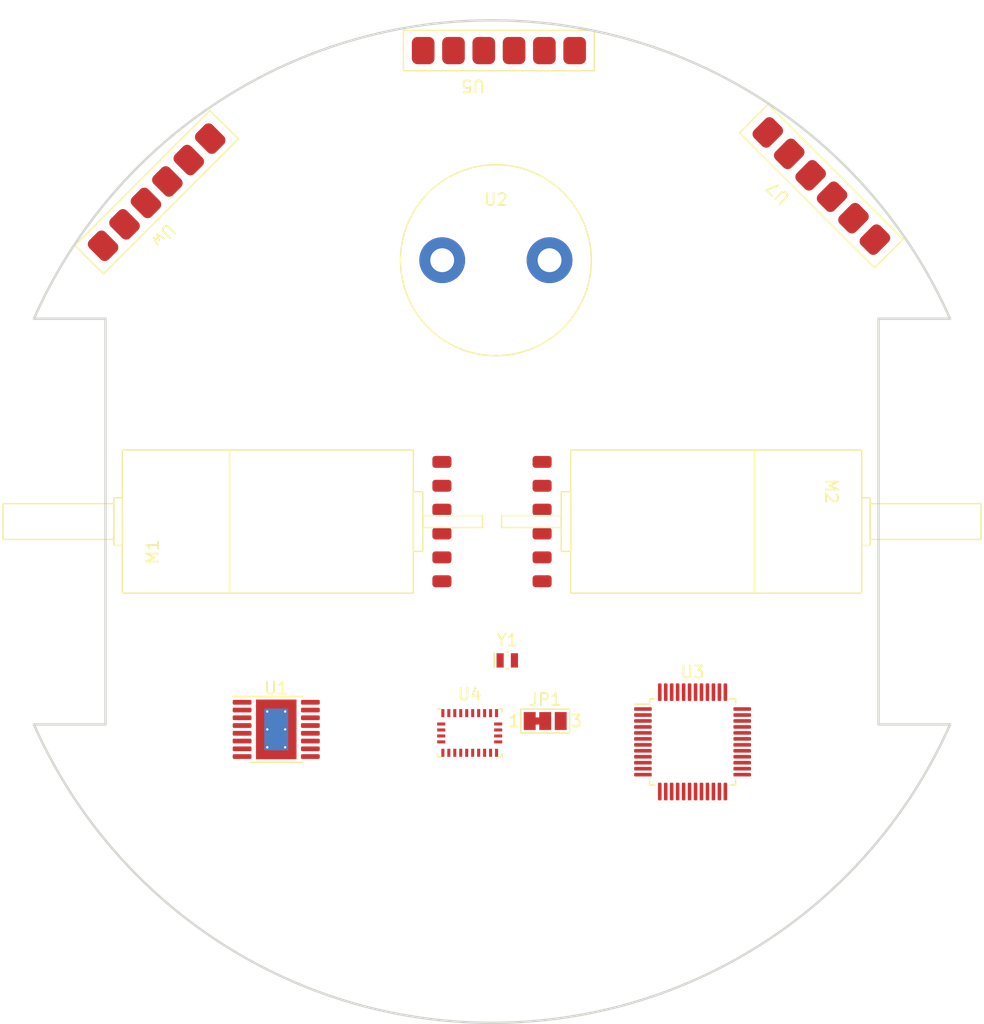
<source format=kicad_pcb>
(kicad_pcb (version 20221018) (generator pcbnew)
  (layers (0 "F.Cu" signal) (31 "B.Cu" signal) (34 "B.Paste" user) (35 "F.Paste" user) (36 "B.SilkS" user "B.Silkscreen") (37 "F.SilkS" user "F.Silkscreen") (38 "B.Mask" user) (39 "F.Mask" user) (44 "Edge.Cuts" user))
  (net 0 "")
  (net 1 "GND")
  (net 2 "M1_B")
  (net 3 "VCC")
  (net 4 "M1_A")
  (net 5 "Net-(M1-M2)")
  (net 6 "Net-(M1-M1)")
  (net 7 "M2_B")
  (net 8 "M2_A")
  (net 9 "Net-(M2-M2)")
  (net 10 "Net-(M2-M1)")
  (net 12 "Net-(U1-AISEN)")
  (net 13 "Net-(U1-BISEN)")
  (net 15 "Net-(U1-BIN1)")
  (net 16 "Net-(U1-BIN2)")
  (net 17 "Net-(U1-VCP)")
  (net 18 "Net-(U1-AIN2)")
  (net 19 "Net-(U1-AIN1)")
  (net 20 "Net-(U2-SIG)")
  (net 21 "Net-(JP1-C)")
  (net 22 "VDD")
  (net 25 "BNO_INT")
  (net 28 "VL_EN1")
  (net 29 "VL_EN2")
  (net 30 "VL_EN3")
  (net 54 "SDA")
  (net 55 "SCL")
  (net 56 "Net-(U3-PA4)")
  (net 58 "Net-(U4-~{BOOT_LOAD_PIN})")
  (net 61 "Net-(U4-CAP)")
  (net 63 "Net-(U4-~{RESET})")
  (net 70 "Net-(U4-XOUT32)")
  (net 71 "Net-(U4-XIN32)")
  (footprint "Jumper:SolderJumper-3_P1.3mm_Bridged12_Pad1.0x1.5mm_NumberLabels" (layer "F.Cu") (at 64.46 76.7125)
    (fp_text reference "JP1" (at 0 -1.8) (layer "F.SilkS"))
    (fp_text value "I2C_ADDR_SEL")
    (fp_text user "1" (at -2.6 0) (layer "F.SilkS"))
    (fp_text user "3" (at 2.6 0) (layer "F.SilkS"))
    (fp_poly (pts (xy -0.9 -0.3) (xy -0.4 -0.3) (xy -0.4 0.3) (xy -0.9 0.3)) (fill solid) (layer "F.Cu"))
    (fp_line (start -2.05 -1) (end 2.05 -1) (stroke (width 0.12)) (layer "F.SilkS"))
    (fp_line (start -2.05 1) (end -2.05 -1) (stroke (width 0.12)) (layer "F.SilkS"))
    (fp_line (start 2.05 -1) (end 2.05 1) (stroke (width 0.12)) (layer "F.SilkS"))
    (fp_line (start 2.05 1) (end -2.05 1) (stroke (width 0.12)) (layer "F.SilkS"))
    (pad "1" smd rect (at -1.3 0) (size 1 1.5) (layers "F.Cu" "F.Mask") (net 1 "GND"))
    (pad "2" smd rect (at 0 0) (size 1 1.5) (layers "F.Cu" "F.Mask") (net 21 "Net-(JP1-C)"))
    (pad "3" smd rect (at 1.3 0) (size 1 1.5) (layers "F.Cu" "F.Mask") (net 22 "VDD"))
  )
  (footprint "pololu:ULTRASOUND_T_R" (layer "F.Cu") (at 60.325 38.1)
    (fp_text reference "U2" (at 0 -5.08 unlocked) (layer "F.SilkS"))
    (fp_text value "ULTRASOUND_T_R")
    (fp_circle (center 0 0) (end 8 0) (stroke (width 0.12)) (fill none) (layer "F.SilkS"))
    (pad "1" thru_hole circle (at 4.5 0) (size 3.84 3.84) (drill 2) (layers "*.Cu" "*.Mask") (net 1 "GND"))
    (pad "2" thru_hole circle (at -4.5 0) (size 3.84 3.84) (drill 2) (layers "*.Cu" "*.Mask") (net 20 "Net-(U2-SIG)"))
  )
  (footprint "pololu:VL53L0X" (layer "F.Cu") (at 68.58 22.225 180)
    (fp_text reference "U5" (at 10.16 -1.27 180 unlocked) (layer "F.SilkS"))
    (fp_text value "~")
    (fp_rect (start 0 0) (end 16 3.38) (stroke (width 0.12)) (fill none) (layer "F.SilkS"))
    (pad "1" smd roundrect (at 1.65 1.69 270) (size 2.286 1.9) (layers "F.Cu" "F.Paste" "F.Mask") (net 3 "VCC"))
    (pad "2" smd roundrect (at 4.19 1.69 270) (size 2.286 1.9) (layers "F.Cu" "F.Paste" "F.Mask") (net 1 "GND"))
    (pad "3" smd roundrect (at 6.73 1.69 270) (size 2.286 1.9) (layers "F.Cu" "F.Paste" "F.Mask") (net 55 "SCL"))
    (pad "4" smd roundrect (at 9.27 1.69 270) (size 2.286 1.9) (layers "F.Cu" "F.Paste" "F.Mask") (net 54 "SDA"))
    (pad "5" smd roundrect (at 11.81 1.69 270) (size 2.286 1.9) (layers "F.Cu" "F.Paste" "F.Mask"))
    (pad "6" smd roundrect (at 14.35 1.69 270) (size 2.286 1.9) (layers "F.Cu" "F.Paste" "F.Mask") (net 28 "VL_EN1"))
  )
  (footprint "Package_LGA:LGA-28_5.2x3.8mm_P0.5mm" (layer "F.Cu") (at 58.13 77.7125)
    (fp_text reference "U4" (at 0 -3.25) (layer "F.SilkS"))
    (fp_text value "BNO055")
    (fp_line (start -2.71 -2.01) (end -2.45 -2.01) (stroke (width 0.12)) (layer "F.SilkS"))
    (fp_line (start -2.71 2.01) (end -2.71 1.75) (stroke (width 0.12)) (layer "F.SilkS"))
    (fp_line (start -2.71 2.01) (end -2.45 2.01) (stroke (width 0.12)) (layer "F.SilkS"))
    (fp_line (start 2.71 -2.01) (end 2.45 -2.01) (stroke (width 0.12)) (layer "F.SilkS"))
    (fp_line (start 2.71 -2.01) (end 2.71 -1.75) (stroke (width 0.12)) (layer "F.SilkS"))
    (fp_line (start 2.71 2.01) (end 2.45 2.01) (stroke (width 0.12)) (layer "F.SilkS"))
    (fp_line (start 2.71 2.01) (end 2.71 1.75) (stroke (width 0.12)) (layer "F.SilkS"))
    (pad "1" smd rect (at -2.25 -1.6625) (size 0.254 0.675) (layers "F.Cu" "F.Paste" "F.Mask"))
    (pad "2" smd rect (at -2.3875 -0.75 90) (size 0.254 0.675) (layers "F.Cu" "F.Paste" "F.Mask") (net 1 "GND"))
    (pad "3" smd rect (at -2.3875 -0.25 90) (size 0.254 0.675) (layers "F.Cu" "F.Paste" "F.Mask") (net 22 "VDD"))
    (pad "4" smd rect (at -2.3875 0.25 90) (size 0.254 0.675) (layers "F.Cu" "F.Paste" "F.Mask") (net 58 "Net-(U4-~{BOOT_LOAD_PIN})"))
    (pad "5" smd rect (at -2.3875 0.75 90) (size 0.254 0.675) (layers "F.Cu" "F.Paste" "F.Mask") (net 1 "GND"))
    (pad "6" smd rect (at -2.25 1.6625) (size 0.254 0.675) (layers "F.Cu" "F.Paste" "F.Mask") (net 1 "GND"))
    (pad "7" smd rect (at -1.75 1.6625) (size 0.254 0.675) (layers "F.Cu" "F.Paste" "F.Mask"))
    (pad "8" smd rect (at -1.25 1.6625) (size 0.254 0.675) (layers "F.Cu" "F.Paste" "F.Mask"))
    (pad "9" smd rect (at -0.75 1.6625) (size 0.254 0.675) (layers "F.Cu" "F.Paste" "F.Mask") (net 61 "Net-(U4-CAP)"))
    (pad "10" smd rect (at -0.25 1.6625) (size 0.254 0.675) (layers "F.Cu" "F.Paste" "F.Mask"))
    (pad "11" smd rect (at 0.25 1.6625) (size 0.254 0.675) (layers "F.Cu" "F.Paste" "F.Mask") (net 63 "Net-(U4-~{RESET})"))
    (pad "12" smd rect (at 0.75 1.6625) (size 0.254 0.675) (layers "F.Cu" "F.Paste" "F.Mask"))
    (pad "13" smd rect (at 1.25 1.6625) (size 0.254 0.675) (layers "F.Cu" "F.Paste" "F.Mask"))
    (pad "14" smd rect (at 1.75 1.6625) (size 0.254 0.675) (layers "F.Cu" "F.Paste" "F.Mask") (net 25 "BNO_INT"))
    (pad "15" smd rect (at 2.25 1.6625) (size 0.254 0.675) (layers "F.Cu" "F.Paste" "F.Mask") (net 1 "GND"))
    (pad "16" smd rect (at 2.3875 0.75 90) (size 0.254 0.675) (layers "F.Cu" "F.Paste" "F.Mask") (net 1 "GND"))
    (pad "17" smd rect (at 2.3875 0.25 90) (size 0.254 0.675) (layers "F.Cu" "F.Paste" "F.Mask") (net 21 "Net-(JP1-C)"))
    (pad "18" smd rect (at 2.3875 -0.25 90) (size 0.254 0.675) (layers "F.Cu" "F.Paste" "F.Mask") (net 1 "GND"))
    (pad "19" smd rect (at 2.3875 -0.75 90) (size 0.254 0.675) (layers "F.Cu" "F.Paste" "F.Mask") (net 55 "SCL"))
    (pad "20" smd rect (at 2.25 -1.6625) (size 0.254 0.675) (layers "F.Cu" "F.Paste" "F.Mask") (net 54 "SDA"))
    (pad "21" smd rect (at 1.75 -1.6625) (size 0.254 0.675) (layers "F.Cu" "F.Paste" "F.Mask"))
    (pad "22" smd rect (at 1.25 -1.6625) (size 0.254 0.675) (layers "F.Cu" "F.Paste" "F.Mask"))
    (pad "23" smd rect (at 0.75 -1.6625) (size 0.254 0.675) (layers "F.Cu" "F.Paste" "F.Mask"))
    (pad "24" smd rect (at 0.25 -1.6625) (size 0.254 0.675) (layers "F.Cu" "F.Paste" "F.Mask"))
    (pad "25" smd rect (at -0.25 -1.6625) (size 0.254 0.675) (layers "F.Cu" "F.Paste" "F.Mask") (net 1 "GND"))
    (pad "26" smd rect (at -0.75 -1.6625) (size 0.254 0.675) (layers "F.Cu" "F.Paste" "F.Mask") (net 70 "Net-(U4-XOUT32)"))
    (pad "27" smd rect (at -1.25 -1.6625) (size 0.254 0.675) (layers "F.Cu" "F.Paste" "F.Mask") (net 71 "Net-(U4-XIN32)"))
    (pad "28" smd rect (at -1.75 -1.6625) (size 0.254 0.675) (layers "F.Cu" "F.Paste" "F.Mask") (net 22 "VDD"))
  )
  (footprint "pololu:N20_EXTENDED_SHAFT" (layer "F.Cu") (at 19 60 90)
    (fp_text reference "M1" (at -2.54 12.54 90 unlocked) (layer "F.SilkS"))
    (fp_text value "N20_MOTOR_EXTENDED_SHAFT")
    (fp_rect (start -6 10) (end 6 19) (stroke (width 0.12)) (fill none) (layer "F.SilkS"))
    (fp_rect (start -6 19) (end 6 34.4) (stroke (width 0.12)) (fill none) (layer "F.SilkS"))
    (fp_rect (start -2.5 34.4) (end 2.5 35.2) (stroke (width 0.12)) (fill none) (layer "F.SilkS"))
    (fp_rect (start -2 10) (end 2 9.3) (stroke (width 0.12)) (fill none) (layer "F.SilkS"))
    (fp_rect (start -1.5 9.3) (end 1.5 0) (stroke (width 0.12)) (fill none) (layer "F.SilkS"))
    (fp_rect (start -0.5 35.2) (end 0.5 40.2) (stroke (width 0.12)) (fill none) (layer "F.SilkS"))
    (pad "1" smd roundrect (at -5 36.8 90) (size 1 1.6) (layers "F.Cu" "F.Paste" "F.Mask") (net 1 "GND"))
    (pad "2" smd roundrect (at -3 36.8 90) (size 1 1.6) (layers "F.Cu" "F.Paste" "F.Mask") (net 2 "M1_B"))
    (pad "3" smd roundrect (at -1 36.8 90) (size 1 1.6) (layers "F.Cu" "F.Paste" "F.Mask") (net 4 "M1_A"))
    (pad "4" smd roundrect (at 1 36.8 90) (size 1 1.6) (layers "F.Cu" "F.Paste" "F.Mask") (net 3 "VCC"))
    (pad "5" smd roundrect (at 3 36.8 90) (size 1 1.6) (layers "F.Cu" "F.Paste" "F.Mask") (net 5 "Net-(M1-M2)"))
    (pad "6" smd roundrect (at 5 36.8 90) (size 1 1.6) (layers "F.Cu" "F.Paste" "F.Mask") (net 6 "Net-(M1-M1)"))
  )
  (footprint "Package_SO:HTSSOP-16-1EP_4.4x5mm_P0.65mm_EP3.4x5mm_Mask2.46x2.31mm_ThermalVias" (layer "F.Cu") (at 41.91 77.415)
    (fp_text reference "U1" (at 0 -3.45) (layer "F.SilkS"))
    (fp_text value "DRV8833PWP")
    (fp_line (start 0 -2.76) (end -3.65 -2.76) (stroke (width 0.12)) (layer "F.SilkS"))
    (fp_line (start 0 -2.76) (end 2.2 -2.76) (stroke (width 0.12)) (layer "F.SilkS"))
    (fp_line (start 0 2.76) (end -2.2 2.76) (stroke (width 0.12)) (layer "F.SilkS"))
    (fp_line (start 0 2.76) (end 2.2 2.76) (stroke (width 0.12)) (layer "F.SilkS"))
    (pad "1" smd roundrect (at -2.8625 -2.275) (size 1.575 0.4) (layers "F.Cu" "F.Paste" "F.Mask"))
    (pad "2" smd roundrect (at -2.8625 -1.625) (size 1.575 0.4) (layers "F.Cu" "F.Paste" "F.Mask") (net 6 "Net-(M1-M1)"))
    (pad "3" smd roundrect (at -2.8625 -0.975) (size 1.575 0.4) (layers "F.Cu" "F.Paste" "F.Mask") (net 12 "Net-(U1-AISEN)"))
    (pad "4" smd roundrect (at -2.8625 -0.325) (size 1.575 0.4) (layers "F.Cu" "F.Paste" "F.Mask") (net 5 "Net-(M1-M2)"))
    (pad "5" smd roundrect (at -2.8625 0.325) (size 1.575 0.4) (layers "F.Cu" "F.Paste" "F.Mask") (net 9 "Net-(M2-M2)"))
    (pad "6" smd roundrect (at -2.8625 0.975) (size 1.575 0.4) (layers "F.Cu" "F.Paste" "F.Mask") (net 13 "Net-(U1-BISEN)"))
    (pad "7" smd roundrect (at -2.8625 1.625) (size 1.575 0.4) (layers "F.Cu" "F.Paste" "F.Mask") (net 10 "Net-(M2-M1)"))
    (pad "8" smd roundrect (at -2.8625 2.275) (size 1.575 0.4) (layers "F.Cu" "F.Paste" "F.Mask"))
    (pad "9" smd roundrect (at 2.8625 2.275) (size 1.575 0.4) (layers "F.Cu" "F.Paste" "F.Mask") (net 15 "Net-(U1-BIN1)"))
    (pad "10" smd roundrect (at 2.8625 1.625) (size 1.575 0.4) (layers "F.Cu" "F.Paste" "F.Mask") (net 16 "Net-(U1-BIN2)"))
    (pad "11" smd roundrect (at 2.8625 0.975) (size 1.575 0.4) (layers "F.Cu" "F.Paste" "F.Mask") (net 17 "Net-(U1-VCP)"))
    (pad "12" smd roundrect (at 2.8625 0.325) (size 1.575 0.4) (layers "F.Cu" "F.Paste" "F.Mask") (net 3 "VCC"))
    (pad "13" smd roundrect (at 2.8625 -0.325) (size 1.575 0.4) (layers "F.Cu" "F.Paste" "F.Mask") (net 1 "GND"))
    (pad "14" smd roundrect (at 2.8625 -0.975) (size 1.575 0.4) (layers "F.Cu" "F.Paste" "F.Mask") (net 3 "VCC"))
    (pad "15" smd roundrect (at 2.8625 -1.625) (size 1.575 0.4) (layers "F.Cu" "F.Paste" "F.Mask") (net 18 "Net-(U1-AIN2)"))
    (pad "16" smd roundrect (at 2.8625 -2.275) (size 1.575 0.4) (layers "F.Cu" "F.Paste" "F.Mask") (net 19 "Net-(U1-AIN1)"))
    (pad "17" thru_hole circle (at -0.75 -1.5) (size 0.5 0.5) (drill 0.2) (layers "*.Cu") (net 1 "GND"))
    (pad "17" thru_hole circle (at -0.75 0) (size 0.5 0.5) (drill 0.2) (layers "*.Cu") (net 1 "GND"))
    (pad "17" thru_hole circle (at -0.75 1.5) (size 0.5 0.5) (drill 0.2) (layers "*.Cu") (net 1 "GND"))
    (pad "17" smd rect (at 0 0) (size 2 3.5) (layers "B.Cu") (net 1 "GND"))
    (pad "17" smd rect (at 0 0) (size 3.4 5) (layers "F.Cu") (net 1 "GND"))
    (pad "17" thru_hole circle (at 0.75 -1.5) (size 0.5 0.5) (drill 0.2) (layers "*.Cu") (net 1 "GND"))
    (pad "17" thru_hole circle (at 0.75 0) (size 0.5 0.5) (drill 0.2) (layers "*.Cu") (net 1 "GND"))
    (pad "17" thru_hole circle (at 0.75 1.5) (size 0.5 0.5) (drill 0.2) (layers "*.Cu") (net 1 "GND"))
  )
  (footprint "Package_QFP:TQFP-48_7x7mm_P0.5mm" (layer "F.Cu") (at 76.815 78.4575)
    (fp_text reference "U3" (at 0 -5.85) (layer "F.SilkS"))
    (fp_text value "ATmega4809-A")
    (fp_line (start -3.61 -3.61) (end -3.61 -3.16) (stroke (width 0.12)) (layer "F.SilkS"))
    (fp_line (start -3.61 -3.16) (end -4.9 -3.16) (stroke (width 0.12)) (layer "F.SilkS"))
    (fp_line (start -3.61 3.61) (end -3.61 3.16) (stroke (width 0.12)) (layer "F.SilkS"))
    (fp_line (start -3.16 -3.61) (end -3.61 -3.61) (stroke (width 0.12)) (layer "F.SilkS"))
    (fp_line (start -3.16 3.61) (end -3.61 3.61) (stroke (width 0.12)) (layer "F.SilkS"))
    (fp_line (start 3.16 -3.61) (end 3.61 -3.61) (stroke (width 0.12)) (layer "F.SilkS"))
    (fp_line (start 3.16 3.61) (end 3.61 3.61) (stroke (width 0.12)) (layer "F.SilkS"))
    (fp_line (start 3.61 -3.61) (end 3.61 -3.16) (stroke (width 0.12)) (layer "F.SilkS"))
    (fp_line (start 3.61 3.61) (end 3.61 3.16) (stroke (width 0.12)) (layer "F.SilkS"))
    (pad "1" smd roundrect (at -4.1625 -2.75) (size 1.475 0.3) (layers "F.Cu" "F.Paste" "F.Mask"))
    (pad "2" smd roundrect (at -4.1625 -2.25) (size 1.475 0.3) (layers "F.Cu" "F.Paste" "F.Mask"))
    (pad "3" smd roundrect (at -4.1625 -1.75) (size 1.475 0.3) (layers "F.Cu" "F.Paste" "F.Mask") (net 25 "BNO_INT"))
    (pad "4" smd roundrect (at -4.1625 -1.25) (size 1.475 0.3) (layers "F.Cu" "F.Paste" "F.Mask") (net 4 "M1_A"))
    (pad "5" smd roundrect (at -4.1625 -0.75) (size 1.475 0.3) (layers "F.Cu" "F.Paste" "F.Mask") (net 2 "M1_B"))
    (pad "6" smd roundrect (at -4.1625 -0.25) (size 1.475 0.3) (layers "F.Cu" "F.Paste" "F.Mask") (net 8 "M2_A"))
    (pad "7" smd roundrect (at -4.1625 0.25) (size 1.475 0.3) (layers "F.Cu" "F.Paste" "F.Mask") (net 7 "M2_B"))
    (pad "8" smd roundrect (at -4.1625 0.75) (size 1.475 0.3) (layers "F.Cu" "F.Paste" "F.Mask"))
    (pad "9" smd roundrect (at -4.1625 1.25) (size 1.475 0.3) (layers "F.Cu" "F.Paste" "F.Mask"))
    (pad "10" smd roundrect (at -4.1625 1.75) (size 1.475 0.3) (layers "F.Cu" "F.Paste" "F.Mask") (net 28 "VL_EN1"))
    (pad "11" smd roundrect (at -4.1625 2.25) (size 1.475 0.3) (layers "F.Cu" "F.Paste" "F.Mask") (net 29 "VL_EN2"))
    (pad "12" smd roundrect (at -4.1625 2.75) (size 1.475 0.3) (layers "F.Cu" "F.Paste" "F.Mask") (net 30 "VL_EN3"))
    (pad "13" smd roundrect (at -2.75 4.1625) (size 0.3 1.475) (layers "F.Cu" "F.Paste" "F.Mask"))
    (pad "14" smd roundrect (at -2.25 4.1625) (size 0.3 1.475) (layers "F.Cu" "F.Paste" "F.Mask") (net 3 "VCC"))
    (pad "15" smd roundrect (at -1.75 4.1625) (size 0.3 1.475) (layers "F.Cu" "F.Paste" "F.Mask") (net 1 "GND"))
    (pad "16" smd roundrect (at -1.25 4.1625) (size 0.3 1.475) (layers "F.Cu" "F.Paste" "F.Mask"))
    (pad "17" smd roundrect (at -0.75 4.1625) (size 0.3 1.475) (layers "F.Cu" "F.Paste" "F.Mask"))
    (pad "18" smd roundrect (at -0.25 4.1625) (size 0.3 1.475) (layers "F.Cu" "F.Paste" "F.Mask"))
    (pad "19" smd roundrect (at 0.25 4.1625) (size 0.3 1.475) (layers "F.Cu" "F.Paste" "F.Mask"))
    (pad "20" smd roundrect (at 0.75 4.1625) (size 0.3 1.475) (layers "F.Cu" "F.Paste" "F.Mask"))
    (pad "21" smd roundrect (at 1.25 4.1625) (size 0.3 1.475) (layers "F.Cu" "F.Paste" "F.Mask"))
    (pad "22" smd roundrect (at 1.75 4.1625) (size 0.3 1.475) (layers "F.Cu" "F.Paste" "F.Mask"))
    (pad "23" smd roundrect (at 2.25 4.1625) (size 0.3 1.475) (layers "F.Cu" "F.Paste" "F.Mask"))
    (pad "24" smd roundrect (at 2.75 4.1625) (size 0.3 1.475) (layers "F.Cu" "F.Paste" "F.Mask"))
    (pad "25" smd roundrect (at 4.1625 2.75) (size 1.475 0.3) (layers "F.Cu" "F.Paste" "F.Mask"))
    (pad "26" smd roundrect (at 4.1625 2.25) (size 1.475 0.3) (layers "F.Cu" "F.Paste" "F.Mask"))
    (pad "27" smd roundrect (at 4.1625 1.75) (size 1.475 0.3) (layers "F.Cu" "F.Paste" "F.Mask"))
    (pad "28" smd roundrect (at 4.1625 1.25) (size 1.475 0.3) (layers "F.Cu" "F.Paste" "F.Mask") (net 3 "VCC"))
    (pad "29" smd roundrect (at 4.1625 0.75) (size 1.475 0.3) (layers "F.Cu" "F.Paste" "F.Mask") (net 1 "GND"))
    (pad "30" smd roundrect (at 4.1625 0.25) (size 1.475 0.3) (layers "F.Cu" "F.Paste" "F.Mask"))
    (pad "31" smd roundrect (at 4.1625 -0.25) (size 1.475 0.3) (layers "F.Cu" "F.Paste" "F.Mask"))
    (pad "32" smd roundrect (at 4.1625 -0.75) (size 1.475 0.3) (layers "F.Cu" "F.Paste" "F.Mask"))
    (pad "33" smd roundrect (at 4.1625 -1.25) (size 1.475 0.3) (layers "F.Cu" "F.Paste" "F.Mask"))
    (pad "34" smd roundrect (at 4.1625 -1.75) (size 1.475 0.3) (layers "F.Cu" "F.Paste" "F.Mask") (net 16 "Net-(U1-BIN2)"))
    (pad "35" smd roundrect (at 4.1625 -2.25) (size 1.475 0.3) (layers "F.Cu" "F.Paste" "F.Mask") (net 15 "Net-(U1-BIN1)"))
    (pad "36" smd roundrect (at 4.1625 -2.75) (size 1.475 0.3) (layers "F.Cu" "F.Paste" "F.Mask") (net 18 "Net-(U1-AIN2)"))
    (pad "37" smd roundrect (at 2.75 -4.1625) (size 0.3 1.475) (layers "F.Cu" "F.Paste" "F.Mask") (net 19 "Net-(U1-AIN1)"))
    (pad "38" smd roundrect (at 2.25 -4.1625) (size 0.3 1.475) (layers "F.Cu" "F.Paste" "F.Mask"))
    (pad "39" smd roundrect (at 1.75 -4.1625) (size 0.3 1.475) (layers "F.Cu" "F.Paste" "F.Mask"))
    (pad "40" smd roundrect (at 1.25 -4.1625) (size 0.3 1.475) (layers "F.Cu" "F.Paste" "F.Mask"))
    (pad "41" smd roundrect (at 0.75 -4.1625) (size 0.3 1.475) (layers "F.Cu" "F.Paste" "F.Mask"))
    (pad "42" smd roundrect (at 0.25 -4.1625) (size 0.3 1.475) (layers "F.Cu" "F.Paste" "F.Mask") (net 3 "VCC"))
    (pad "43" smd roundrect (at -0.25 -4.1625) (size 0.3 1.475) (layers "F.Cu" "F.Paste" "F.Mask") (net 1 "GND"))
    (pad "44" smd roundrect (at -0.75 -4.1625) (size 0.3 1.475) (layers "F.Cu" "F.Paste" "F.Mask"))
    (pad "45" smd roundrect (at -1.25 -4.1625) (size 0.3 1.475) (layers "F.Cu" "F.Paste" "F.Mask"))
    (pad "46" smd roundrect (at -1.75 -4.1625) (size 0.3 1.475) (layers "F.Cu" "F.Paste" "F.Mask") (net 54 "SDA"))
    (pad "47" smd roundrect (at -2.25 -4.1625) (size 0.3 1.475) (layers "F.Cu" "F.Paste" "F.Mask") (net 55 "SCL"))
    (pad "48" smd roundrect (at -2.75 -4.1625) (size 0.3 1.475) (layers "F.Cu" "F.Paste" "F.Mask") (net 56 "Net-(U3-PA4)"))
  )
  (footprint "pololu:VL53L0X" (layer "F.Cu") (at 38.735 27.94 -135)
    (fp_text reference "Uw" (at 10.16 -1.27 -135 unlocked) (layer "F.SilkS"))
    (fp_text value "~")
    (fp_rect (start 0 0) (end 16 3.38) (stroke (width 0.12)) (fill none) (layer "F.SilkS"))
    (pad "1" smd roundrect (at 1.65 1.69 315) (size 2.286 1.9) (layers "F.Cu" "F.Paste" "F.Mask") (net 3 "VCC"))
    (pad "2" smd roundrect (at 4.19 1.69 315) (size 2.286 1.9) (layers "F.Cu" "F.Paste" "F.Mask") (net 1 "GND"))
    (pad "3" smd roundrect (at 6.73 1.69 315) (size 2.286 1.9) (layers "F.Cu" "F.Paste" "F.Mask") (net 55 "SCL"))
    (pad "4" smd roundrect (at 9.27 1.69 315) (size 2.286 1.9) (layers "F.Cu" "F.Paste" "F.Mask") (net 54 "SDA"))
    (pad "5" smd roundrect (at 11.81 1.69 315) (size 2.286 1.9) (layers "F.Cu" "F.Paste" "F.Mask"))
    (pad "6" smd roundrect (at 14.35 1.69 315) (size 2.286 1.9) (layers "F.Cu" "F.Paste" "F.Mask") (net 29 "VL_EN2"))
  )
  (footprint "Crystal:Crystal_SMD_MicroCrystal_CM9V-T1A-2Pin_1.6x1.0mm" (layer "F.Cu") (at 61.28 71.6325)
    (fp_text reference "Y1" (at 0 -1.7) (layer "F.SilkS"))
    (fp_text value "32.768kHz")
    (fp_line (start -1.1 -0.6) (end -1.1 0.6) (stroke (width 0.12)) (layer "F.SilkS"))
    (fp_line (start -0.1 -0.7) (end 0.1 -0.7) (stroke (width 0.12)) (layer "F.SilkS"))
    (fp_line (start -0.1 0.7) (end 0.1 0.7) (stroke (width 0.12)) (layer "F.SilkS"))
    (pad "1" smd rect (at -0.6 0) (size 0.6 1.2) (layers "F.Cu" "F.Paste" "F.Mask") (net 71 "Net-(U4-XIN32)"))
    (pad "2" smd rect (at 0.6 0) (size 0.6 1.2) (layers "F.Cu" "F.Paste" "F.Mask") (net 70 "Net-(U4-XOUT32)"))
  )
  (footprint "pololu:VL53L0X" (layer "F.Cu") (at 92.075 38.735 135)
    (fp_text reference "U7" (at 10.16 -1.27 135 unlocked) (layer "F.SilkS"))
    (fp_text value "~")
    (fp_rect (start 0 0) (end 16 3.38) (stroke (width 0.12)) (fill none) (layer "F.SilkS"))
    (pad "1" smd roundrect (at 1.65 1.69 225) (size 2.286 1.9) (layers "F.Cu" "F.Paste" "F.Mask") (net 3 "VCC"))
    (pad "2" smd roundrect (at 4.19 1.69 225) (size 2.286 1.9) (layers "F.Cu" "F.Paste" "F.Mask") (net 1 "GND"))
    (pad "3" smd roundrect (at 6.73 1.69 225) (size 2.286 1.9) (layers "F.Cu" "F.Paste" "F.Mask") (net 55 "SCL"))
    (pad "4" smd roundrect (at 9.27 1.69 225) (size 2.286 1.9) (layers "F.Cu" "F.Paste" "F.Mask") (net 54 "SDA"))
    (pad "5" smd roundrect (at 11.81 1.69 225) (size 2.286 1.9) (layers "F.Cu" "F.Paste" "F.Mask"))
    (pad "6" smd roundrect (at 14.35 1.69 225) (size 2.286 1.9) (layers "F.Cu" "F.Paste" "F.Mask") (net 30 "VL_EN3"))
  )
  (footprint "pololu:N20_EXTENDED_SHAFT" (layer "F.Cu") (at 101 60 -90)
    (fp_text reference "M2" (at -2.54 12.54 -90 unlocked) (layer "F.SilkS"))
    (fp_text value "N20_MOTOR_EXTENDED_SHAFT")
    (fp_rect (start -6 10) (end 6 19) (stroke (width 0.12)) (fill none) (layer "F.SilkS"))
    (fp_rect (start -6 19) (end 6 34.4) (stroke (width 0.12)) (fill none) (layer "F.SilkS"))
    (fp_rect (start -2.5 34.4) (end 2.5 35.2) (stroke (width 0.12)) (fill none) (layer "F.SilkS"))
    (fp_rect (start -2 10) (end 2 9.3) (stroke (width 0.12)) (fill none) (layer "F.SilkS"))
    (fp_rect (start -1.5 9.3) (end 1.5 0) (stroke (width 0.12)) (fill none) (layer "F.SilkS"))
    (fp_rect (start -0.5 35.2) (end 0.5 40.2) (stroke (width 0.12)) (fill none) (layer "F.SilkS"))
    (pad "1" smd roundrect (at -5 36.8 270) (size 1 1.6) (layers "F.Cu" "F.Paste" "F.Mask") (net 1 "GND"))
    (pad "2" smd roundrect (at -3 36.8 270) (size 1 1.6) (layers "F.Cu" "F.Paste" "F.Mask") (net 7 "M2_B"))
    (pad "3" smd roundrect (at -1 36.8 270) (size 1 1.6) (layers "F.Cu" "F.Paste" "F.Mask") (net 8 "M2_A"))
    (pad "4" smd roundrect (at 1 36.8 270) (size 1 1.6) (layers "F.Cu" "F.Paste" "F.Mask") (net 3 "VCC"))
    (pad "5" smd roundrect (at 3 36.8 270) (size 1 1.6) (layers "F.Cu" "F.Paste" "F.Mask") (net 9 "Net-(M2-M2)"))
    (pad "6" smd roundrect (at 5 36.8 270) (size 1 1.6) (layers "F.Cu" "F.Paste" "F.Mask") (net 10 "Net-(M2-M1)"))
  )
  (gr_line (start 21.5943 43) (end 27.5943 43) (stroke (width 0.2)) (layer "Edge.Cuts"))
  (gr_line (start 92.4057 77) (end 92.4057 43) (stroke (width 0.2)) (layer "Edge.Cuts"))
  (gr_line (start 27.5943 77) (end 21.5943 77) (stroke (width 0.2)) (layer "Edge.Cuts"))
  (gr_arc (start 98.405731 76.999995) (mid 59.999927 102) (end 21.59421 76.999861) (stroke (width 0.2)) (layer "Edge.Cuts"))
  (gr_line (start 27.5943 43) (end 27.5943 77) (stroke (width 0.2)) (layer "Edge.Cuts"))
  (gr_line (start 98.4057 77) (end 92.4057 77) (stroke (width 0.2)) (layer "Edge.Cuts"))
  (gr_arc (start 21.59421 43.000139) (mid 59.999927 18) (end 98.405731 43.000005) (stroke (width 0.2)) (layer "Edge.Cuts"))
  (gr_line (start 92.4057 43) (end 98.4057 43) (stroke (width 0.2)) (layer "Edge.Cuts"))
  (segment (start 64.16 60.96) (end 64.2 61) (width 0.25) (layer "F.Cu") (net 3))
)
</source>
